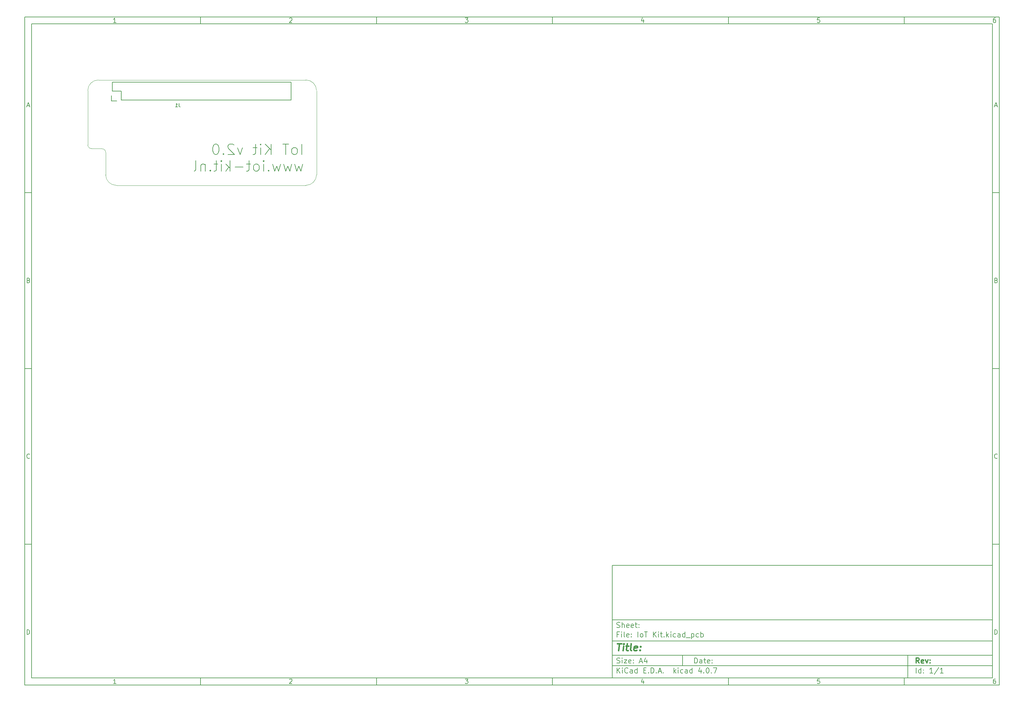
<source format=gbr>
G04 #@! TF.FileFunction,Legend,Bot*
%FSLAX46Y46*%
G04 Gerber Fmt 4.6, Leading zero omitted, Abs format (unit mm)*
G04 Created by KiCad (PCBNEW 4.0.7) date Thursday 07 December 2017 'o51' 11:51:57*
%MOMM*%
%LPD*%
G01*
G04 APERTURE LIST*
%ADD10C,0.100000*%
%ADD11C,0.150000*%
%ADD12C,0.300000*%
%ADD13C,0.400000*%
%ADD14C,0.200000*%
G04 APERTURE END LIST*
D10*
D11*
X177002200Y-166007200D02*
X177002200Y-198007200D01*
X285002200Y-198007200D01*
X285002200Y-166007200D01*
X177002200Y-166007200D01*
D10*
D11*
X10000000Y-10000000D02*
X10000000Y-200007200D01*
X287002200Y-200007200D01*
X287002200Y-10000000D01*
X10000000Y-10000000D01*
D10*
D11*
X12000000Y-12000000D02*
X12000000Y-198007200D01*
X285002200Y-198007200D01*
X285002200Y-12000000D01*
X12000000Y-12000000D01*
D10*
D11*
X60000000Y-12000000D02*
X60000000Y-10000000D01*
D10*
D11*
X110000000Y-12000000D02*
X110000000Y-10000000D01*
D10*
D11*
X160000000Y-12000000D02*
X160000000Y-10000000D01*
D10*
D11*
X210000000Y-12000000D02*
X210000000Y-10000000D01*
D10*
D11*
X260000000Y-12000000D02*
X260000000Y-10000000D01*
D10*
D11*
X35990476Y-11588095D02*
X35247619Y-11588095D01*
X35619048Y-11588095D02*
X35619048Y-10288095D01*
X35495238Y-10473810D01*
X35371429Y-10597619D01*
X35247619Y-10659524D01*
D10*
D11*
X85247619Y-10411905D02*
X85309524Y-10350000D01*
X85433333Y-10288095D01*
X85742857Y-10288095D01*
X85866667Y-10350000D01*
X85928571Y-10411905D01*
X85990476Y-10535714D01*
X85990476Y-10659524D01*
X85928571Y-10845238D01*
X85185714Y-11588095D01*
X85990476Y-11588095D01*
D10*
D11*
X135185714Y-10288095D02*
X135990476Y-10288095D01*
X135557143Y-10783333D01*
X135742857Y-10783333D01*
X135866667Y-10845238D01*
X135928571Y-10907143D01*
X135990476Y-11030952D01*
X135990476Y-11340476D01*
X135928571Y-11464286D01*
X135866667Y-11526190D01*
X135742857Y-11588095D01*
X135371429Y-11588095D01*
X135247619Y-11526190D01*
X135185714Y-11464286D01*
D10*
D11*
X185866667Y-10721429D02*
X185866667Y-11588095D01*
X185557143Y-10226190D02*
X185247619Y-11154762D01*
X186052381Y-11154762D01*
D10*
D11*
X235928571Y-10288095D02*
X235309524Y-10288095D01*
X235247619Y-10907143D01*
X235309524Y-10845238D01*
X235433333Y-10783333D01*
X235742857Y-10783333D01*
X235866667Y-10845238D01*
X235928571Y-10907143D01*
X235990476Y-11030952D01*
X235990476Y-11340476D01*
X235928571Y-11464286D01*
X235866667Y-11526190D01*
X235742857Y-11588095D01*
X235433333Y-11588095D01*
X235309524Y-11526190D01*
X235247619Y-11464286D01*
D10*
D11*
X285866667Y-10288095D02*
X285619048Y-10288095D01*
X285495238Y-10350000D01*
X285433333Y-10411905D01*
X285309524Y-10597619D01*
X285247619Y-10845238D01*
X285247619Y-11340476D01*
X285309524Y-11464286D01*
X285371429Y-11526190D01*
X285495238Y-11588095D01*
X285742857Y-11588095D01*
X285866667Y-11526190D01*
X285928571Y-11464286D01*
X285990476Y-11340476D01*
X285990476Y-11030952D01*
X285928571Y-10907143D01*
X285866667Y-10845238D01*
X285742857Y-10783333D01*
X285495238Y-10783333D01*
X285371429Y-10845238D01*
X285309524Y-10907143D01*
X285247619Y-11030952D01*
D10*
D11*
X60000000Y-198007200D02*
X60000000Y-200007200D01*
D10*
D11*
X110000000Y-198007200D02*
X110000000Y-200007200D01*
D10*
D11*
X160000000Y-198007200D02*
X160000000Y-200007200D01*
D10*
D11*
X210000000Y-198007200D02*
X210000000Y-200007200D01*
D10*
D11*
X260000000Y-198007200D02*
X260000000Y-200007200D01*
D10*
D11*
X35990476Y-199595295D02*
X35247619Y-199595295D01*
X35619048Y-199595295D02*
X35619048Y-198295295D01*
X35495238Y-198481010D01*
X35371429Y-198604819D01*
X35247619Y-198666724D01*
D10*
D11*
X85247619Y-198419105D02*
X85309524Y-198357200D01*
X85433333Y-198295295D01*
X85742857Y-198295295D01*
X85866667Y-198357200D01*
X85928571Y-198419105D01*
X85990476Y-198542914D01*
X85990476Y-198666724D01*
X85928571Y-198852438D01*
X85185714Y-199595295D01*
X85990476Y-199595295D01*
D10*
D11*
X135185714Y-198295295D02*
X135990476Y-198295295D01*
X135557143Y-198790533D01*
X135742857Y-198790533D01*
X135866667Y-198852438D01*
X135928571Y-198914343D01*
X135990476Y-199038152D01*
X135990476Y-199347676D01*
X135928571Y-199471486D01*
X135866667Y-199533390D01*
X135742857Y-199595295D01*
X135371429Y-199595295D01*
X135247619Y-199533390D01*
X135185714Y-199471486D01*
D10*
D11*
X185866667Y-198728629D02*
X185866667Y-199595295D01*
X185557143Y-198233390D02*
X185247619Y-199161962D01*
X186052381Y-199161962D01*
D10*
D11*
X235928571Y-198295295D02*
X235309524Y-198295295D01*
X235247619Y-198914343D01*
X235309524Y-198852438D01*
X235433333Y-198790533D01*
X235742857Y-198790533D01*
X235866667Y-198852438D01*
X235928571Y-198914343D01*
X235990476Y-199038152D01*
X235990476Y-199347676D01*
X235928571Y-199471486D01*
X235866667Y-199533390D01*
X235742857Y-199595295D01*
X235433333Y-199595295D01*
X235309524Y-199533390D01*
X235247619Y-199471486D01*
D10*
D11*
X285866667Y-198295295D02*
X285619048Y-198295295D01*
X285495238Y-198357200D01*
X285433333Y-198419105D01*
X285309524Y-198604819D01*
X285247619Y-198852438D01*
X285247619Y-199347676D01*
X285309524Y-199471486D01*
X285371429Y-199533390D01*
X285495238Y-199595295D01*
X285742857Y-199595295D01*
X285866667Y-199533390D01*
X285928571Y-199471486D01*
X285990476Y-199347676D01*
X285990476Y-199038152D01*
X285928571Y-198914343D01*
X285866667Y-198852438D01*
X285742857Y-198790533D01*
X285495238Y-198790533D01*
X285371429Y-198852438D01*
X285309524Y-198914343D01*
X285247619Y-199038152D01*
D10*
D11*
X10000000Y-60000000D02*
X12000000Y-60000000D01*
D10*
D11*
X10000000Y-110000000D02*
X12000000Y-110000000D01*
D10*
D11*
X10000000Y-160000000D02*
X12000000Y-160000000D01*
D10*
D11*
X10690476Y-35216667D02*
X11309524Y-35216667D01*
X10566667Y-35588095D02*
X11000000Y-34288095D01*
X11433333Y-35588095D01*
D10*
D11*
X11092857Y-84907143D02*
X11278571Y-84969048D01*
X11340476Y-85030952D01*
X11402381Y-85154762D01*
X11402381Y-85340476D01*
X11340476Y-85464286D01*
X11278571Y-85526190D01*
X11154762Y-85588095D01*
X10659524Y-85588095D01*
X10659524Y-84288095D01*
X11092857Y-84288095D01*
X11216667Y-84350000D01*
X11278571Y-84411905D01*
X11340476Y-84535714D01*
X11340476Y-84659524D01*
X11278571Y-84783333D01*
X11216667Y-84845238D01*
X11092857Y-84907143D01*
X10659524Y-84907143D01*
D10*
D11*
X11402381Y-135464286D02*
X11340476Y-135526190D01*
X11154762Y-135588095D01*
X11030952Y-135588095D01*
X10845238Y-135526190D01*
X10721429Y-135402381D01*
X10659524Y-135278571D01*
X10597619Y-135030952D01*
X10597619Y-134845238D01*
X10659524Y-134597619D01*
X10721429Y-134473810D01*
X10845238Y-134350000D01*
X11030952Y-134288095D01*
X11154762Y-134288095D01*
X11340476Y-134350000D01*
X11402381Y-134411905D01*
D10*
D11*
X10659524Y-185588095D02*
X10659524Y-184288095D01*
X10969048Y-184288095D01*
X11154762Y-184350000D01*
X11278571Y-184473810D01*
X11340476Y-184597619D01*
X11402381Y-184845238D01*
X11402381Y-185030952D01*
X11340476Y-185278571D01*
X11278571Y-185402381D01*
X11154762Y-185526190D01*
X10969048Y-185588095D01*
X10659524Y-185588095D01*
D10*
D11*
X287002200Y-60000000D02*
X285002200Y-60000000D01*
D10*
D11*
X287002200Y-110000000D02*
X285002200Y-110000000D01*
D10*
D11*
X287002200Y-160000000D02*
X285002200Y-160000000D01*
D10*
D11*
X285692676Y-35216667D02*
X286311724Y-35216667D01*
X285568867Y-35588095D02*
X286002200Y-34288095D01*
X286435533Y-35588095D01*
D10*
D11*
X286095057Y-84907143D02*
X286280771Y-84969048D01*
X286342676Y-85030952D01*
X286404581Y-85154762D01*
X286404581Y-85340476D01*
X286342676Y-85464286D01*
X286280771Y-85526190D01*
X286156962Y-85588095D01*
X285661724Y-85588095D01*
X285661724Y-84288095D01*
X286095057Y-84288095D01*
X286218867Y-84350000D01*
X286280771Y-84411905D01*
X286342676Y-84535714D01*
X286342676Y-84659524D01*
X286280771Y-84783333D01*
X286218867Y-84845238D01*
X286095057Y-84907143D01*
X285661724Y-84907143D01*
D10*
D11*
X286404581Y-135464286D02*
X286342676Y-135526190D01*
X286156962Y-135588095D01*
X286033152Y-135588095D01*
X285847438Y-135526190D01*
X285723629Y-135402381D01*
X285661724Y-135278571D01*
X285599819Y-135030952D01*
X285599819Y-134845238D01*
X285661724Y-134597619D01*
X285723629Y-134473810D01*
X285847438Y-134350000D01*
X286033152Y-134288095D01*
X286156962Y-134288095D01*
X286342676Y-134350000D01*
X286404581Y-134411905D01*
D10*
D11*
X285661724Y-185588095D02*
X285661724Y-184288095D01*
X285971248Y-184288095D01*
X286156962Y-184350000D01*
X286280771Y-184473810D01*
X286342676Y-184597619D01*
X286404581Y-184845238D01*
X286404581Y-185030952D01*
X286342676Y-185278571D01*
X286280771Y-185402381D01*
X286156962Y-185526190D01*
X285971248Y-185588095D01*
X285661724Y-185588095D01*
D10*
D11*
X200359343Y-193785771D02*
X200359343Y-192285771D01*
X200716486Y-192285771D01*
X200930771Y-192357200D01*
X201073629Y-192500057D01*
X201145057Y-192642914D01*
X201216486Y-192928629D01*
X201216486Y-193142914D01*
X201145057Y-193428629D01*
X201073629Y-193571486D01*
X200930771Y-193714343D01*
X200716486Y-193785771D01*
X200359343Y-193785771D01*
X202502200Y-193785771D02*
X202502200Y-193000057D01*
X202430771Y-192857200D01*
X202287914Y-192785771D01*
X202002200Y-192785771D01*
X201859343Y-192857200D01*
X202502200Y-193714343D02*
X202359343Y-193785771D01*
X202002200Y-193785771D01*
X201859343Y-193714343D01*
X201787914Y-193571486D01*
X201787914Y-193428629D01*
X201859343Y-193285771D01*
X202002200Y-193214343D01*
X202359343Y-193214343D01*
X202502200Y-193142914D01*
X203002200Y-192785771D02*
X203573629Y-192785771D01*
X203216486Y-192285771D02*
X203216486Y-193571486D01*
X203287914Y-193714343D01*
X203430772Y-193785771D01*
X203573629Y-193785771D01*
X204645057Y-193714343D02*
X204502200Y-193785771D01*
X204216486Y-193785771D01*
X204073629Y-193714343D01*
X204002200Y-193571486D01*
X204002200Y-193000057D01*
X204073629Y-192857200D01*
X204216486Y-192785771D01*
X204502200Y-192785771D01*
X204645057Y-192857200D01*
X204716486Y-193000057D01*
X204716486Y-193142914D01*
X204002200Y-193285771D01*
X205359343Y-193642914D02*
X205430771Y-193714343D01*
X205359343Y-193785771D01*
X205287914Y-193714343D01*
X205359343Y-193642914D01*
X205359343Y-193785771D01*
X205359343Y-192857200D02*
X205430771Y-192928629D01*
X205359343Y-193000057D01*
X205287914Y-192928629D01*
X205359343Y-192857200D01*
X205359343Y-193000057D01*
D10*
D11*
X177002200Y-194507200D02*
X285002200Y-194507200D01*
D10*
D11*
X178359343Y-196585771D02*
X178359343Y-195085771D01*
X179216486Y-196585771D02*
X178573629Y-195728629D01*
X179216486Y-195085771D02*
X178359343Y-195942914D01*
X179859343Y-196585771D02*
X179859343Y-195585771D01*
X179859343Y-195085771D02*
X179787914Y-195157200D01*
X179859343Y-195228629D01*
X179930771Y-195157200D01*
X179859343Y-195085771D01*
X179859343Y-195228629D01*
X181430772Y-196442914D02*
X181359343Y-196514343D01*
X181145057Y-196585771D01*
X181002200Y-196585771D01*
X180787915Y-196514343D01*
X180645057Y-196371486D01*
X180573629Y-196228629D01*
X180502200Y-195942914D01*
X180502200Y-195728629D01*
X180573629Y-195442914D01*
X180645057Y-195300057D01*
X180787915Y-195157200D01*
X181002200Y-195085771D01*
X181145057Y-195085771D01*
X181359343Y-195157200D01*
X181430772Y-195228629D01*
X182716486Y-196585771D02*
X182716486Y-195800057D01*
X182645057Y-195657200D01*
X182502200Y-195585771D01*
X182216486Y-195585771D01*
X182073629Y-195657200D01*
X182716486Y-196514343D02*
X182573629Y-196585771D01*
X182216486Y-196585771D01*
X182073629Y-196514343D01*
X182002200Y-196371486D01*
X182002200Y-196228629D01*
X182073629Y-196085771D01*
X182216486Y-196014343D01*
X182573629Y-196014343D01*
X182716486Y-195942914D01*
X184073629Y-196585771D02*
X184073629Y-195085771D01*
X184073629Y-196514343D02*
X183930772Y-196585771D01*
X183645058Y-196585771D01*
X183502200Y-196514343D01*
X183430772Y-196442914D01*
X183359343Y-196300057D01*
X183359343Y-195871486D01*
X183430772Y-195728629D01*
X183502200Y-195657200D01*
X183645058Y-195585771D01*
X183930772Y-195585771D01*
X184073629Y-195657200D01*
X185930772Y-195800057D02*
X186430772Y-195800057D01*
X186645058Y-196585771D02*
X185930772Y-196585771D01*
X185930772Y-195085771D01*
X186645058Y-195085771D01*
X187287915Y-196442914D02*
X187359343Y-196514343D01*
X187287915Y-196585771D01*
X187216486Y-196514343D01*
X187287915Y-196442914D01*
X187287915Y-196585771D01*
X188002201Y-196585771D02*
X188002201Y-195085771D01*
X188359344Y-195085771D01*
X188573629Y-195157200D01*
X188716487Y-195300057D01*
X188787915Y-195442914D01*
X188859344Y-195728629D01*
X188859344Y-195942914D01*
X188787915Y-196228629D01*
X188716487Y-196371486D01*
X188573629Y-196514343D01*
X188359344Y-196585771D01*
X188002201Y-196585771D01*
X189502201Y-196442914D02*
X189573629Y-196514343D01*
X189502201Y-196585771D01*
X189430772Y-196514343D01*
X189502201Y-196442914D01*
X189502201Y-196585771D01*
X190145058Y-196157200D02*
X190859344Y-196157200D01*
X190002201Y-196585771D02*
X190502201Y-195085771D01*
X191002201Y-196585771D01*
X191502201Y-196442914D02*
X191573629Y-196514343D01*
X191502201Y-196585771D01*
X191430772Y-196514343D01*
X191502201Y-196442914D01*
X191502201Y-196585771D01*
X194502201Y-196585771D02*
X194502201Y-195085771D01*
X194645058Y-196014343D02*
X195073629Y-196585771D01*
X195073629Y-195585771D02*
X194502201Y-196157200D01*
X195716487Y-196585771D02*
X195716487Y-195585771D01*
X195716487Y-195085771D02*
X195645058Y-195157200D01*
X195716487Y-195228629D01*
X195787915Y-195157200D01*
X195716487Y-195085771D01*
X195716487Y-195228629D01*
X197073630Y-196514343D02*
X196930773Y-196585771D01*
X196645059Y-196585771D01*
X196502201Y-196514343D01*
X196430773Y-196442914D01*
X196359344Y-196300057D01*
X196359344Y-195871486D01*
X196430773Y-195728629D01*
X196502201Y-195657200D01*
X196645059Y-195585771D01*
X196930773Y-195585771D01*
X197073630Y-195657200D01*
X198359344Y-196585771D02*
X198359344Y-195800057D01*
X198287915Y-195657200D01*
X198145058Y-195585771D01*
X197859344Y-195585771D01*
X197716487Y-195657200D01*
X198359344Y-196514343D02*
X198216487Y-196585771D01*
X197859344Y-196585771D01*
X197716487Y-196514343D01*
X197645058Y-196371486D01*
X197645058Y-196228629D01*
X197716487Y-196085771D01*
X197859344Y-196014343D01*
X198216487Y-196014343D01*
X198359344Y-195942914D01*
X199716487Y-196585771D02*
X199716487Y-195085771D01*
X199716487Y-196514343D02*
X199573630Y-196585771D01*
X199287916Y-196585771D01*
X199145058Y-196514343D01*
X199073630Y-196442914D01*
X199002201Y-196300057D01*
X199002201Y-195871486D01*
X199073630Y-195728629D01*
X199145058Y-195657200D01*
X199287916Y-195585771D01*
X199573630Y-195585771D01*
X199716487Y-195657200D01*
X202216487Y-195585771D02*
X202216487Y-196585771D01*
X201859344Y-195014343D02*
X201502201Y-196085771D01*
X202430773Y-196085771D01*
X203002201Y-196442914D02*
X203073629Y-196514343D01*
X203002201Y-196585771D01*
X202930772Y-196514343D01*
X203002201Y-196442914D01*
X203002201Y-196585771D01*
X204002201Y-195085771D02*
X204145058Y-195085771D01*
X204287915Y-195157200D01*
X204359344Y-195228629D01*
X204430773Y-195371486D01*
X204502201Y-195657200D01*
X204502201Y-196014343D01*
X204430773Y-196300057D01*
X204359344Y-196442914D01*
X204287915Y-196514343D01*
X204145058Y-196585771D01*
X204002201Y-196585771D01*
X203859344Y-196514343D01*
X203787915Y-196442914D01*
X203716487Y-196300057D01*
X203645058Y-196014343D01*
X203645058Y-195657200D01*
X203716487Y-195371486D01*
X203787915Y-195228629D01*
X203859344Y-195157200D01*
X204002201Y-195085771D01*
X205145058Y-196442914D02*
X205216486Y-196514343D01*
X205145058Y-196585771D01*
X205073629Y-196514343D01*
X205145058Y-196442914D01*
X205145058Y-196585771D01*
X205716487Y-195085771D02*
X206716487Y-195085771D01*
X206073630Y-196585771D01*
D10*
D11*
X177002200Y-191507200D02*
X285002200Y-191507200D01*
D10*
D12*
X264216486Y-193785771D02*
X263716486Y-193071486D01*
X263359343Y-193785771D02*
X263359343Y-192285771D01*
X263930771Y-192285771D01*
X264073629Y-192357200D01*
X264145057Y-192428629D01*
X264216486Y-192571486D01*
X264216486Y-192785771D01*
X264145057Y-192928629D01*
X264073629Y-193000057D01*
X263930771Y-193071486D01*
X263359343Y-193071486D01*
X265430771Y-193714343D02*
X265287914Y-193785771D01*
X265002200Y-193785771D01*
X264859343Y-193714343D01*
X264787914Y-193571486D01*
X264787914Y-193000057D01*
X264859343Y-192857200D01*
X265002200Y-192785771D01*
X265287914Y-192785771D01*
X265430771Y-192857200D01*
X265502200Y-193000057D01*
X265502200Y-193142914D01*
X264787914Y-193285771D01*
X266002200Y-192785771D02*
X266359343Y-193785771D01*
X266716485Y-192785771D01*
X267287914Y-193642914D02*
X267359342Y-193714343D01*
X267287914Y-193785771D01*
X267216485Y-193714343D01*
X267287914Y-193642914D01*
X267287914Y-193785771D01*
X267287914Y-192857200D02*
X267359342Y-192928629D01*
X267287914Y-193000057D01*
X267216485Y-192928629D01*
X267287914Y-192857200D01*
X267287914Y-193000057D01*
D10*
D11*
X178287914Y-193714343D02*
X178502200Y-193785771D01*
X178859343Y-193785771D01*
X179002200Y-193714343D01*
X179073629Y-193642914D01*
X179145057Y-193500057D01*
X179145057Y-193357200D01*
X179073629Y-193214343D01*
X179002200Y-193142914D01*
X178859343Y-193071486D01*
X178573629Y-193000057D01*
X178430771Y-192928629D01*
X178359343Y-192857200D01*
X178287914Y-192714343D01*
X178287914Y-192571486D01*
X178359343Y-192428629D01*
X178430771Y-192357200D01*
X178573629Y-192285771D01*
X178930771Y-192285771D01*
X179145057Y-192357200D01*
X179787914Y-193785771D02*
X179787914Y-192785771D01*
X179787914Y-192285771D02*
X179716485Y-192357200D01*
X179787914Y-192428629D01*
X179859342Y-192357200D01*
X179787914Y-192285771D01*
X179787914Y-192428629D01*
X180359343Y-192785771D02*
X181145057Y-192785771D01*
X180359343Y-193785771D01*
X181145057Y-193785771D01*
X182287914Y-193714343D02*
X182145057Y-193785771D01*
X181859343Y-193785771D01*
X181716486Y-193714343D01*
X181645057Y-193571486D01*
X181645057Y-193000057D01*
X181716486Y-192857200D01*
X181859343Y-192785771D01*
X182145057Y-192785771D01*
X182287914Y-192857200D01*
X182359343Y-193000057D01*
X182359343Y-193142914D01*
X181645057Y-193285771D01*
X183002200Y-193642914D02*
X183073628Y-193714343D01*
X183002200Y-193785771D01*
X182930771Y-193714343D01*
X183002200Y-193642914D01*
X183002200Y-193785771D01*
X183002200Y-192857200D02*
X183073628Y-192928629D01*
X183002200Y-193000057D01*
X182930771Y-192928629D01*
X183002200Y-192857200D01*
X183002200Y-193000057D01*
X184787914Y-193357200D02*
X185502200Y-193357200D01*
X184645057Y-193785771D02*
X185145057Y-192285771D01*
X185645057Y-193785771D01*
X186787914Y-192785771D02*
X186787914Y-193785771D01*
X186430771Y-192214343D02*
X186073628Y-193285771D01*
X187002200Y-193285771D01*
D10*
D11*
X263359343Y-196585771D02*
X263359343Y-195085771D01*
X264716486Y-196585771D02*
X264716486Y-195085771D01*
X264716486Y-196514343D02*
X264573629Y-196585771D01*
X264287915Y-196585771D01*
X264145057Y-196514343D01*
X264073629Y-196442914D01*
X264002200Y-196300057D01*
X264002200Y-195871486D01*
X264073629Y-195728629D01*
X264145057Y-195657200D01*
X264287915Y-195585771D01*
X264573629Y-195585771D01*
X264716486Y-195657200D01*
X265430772Y-196442914D02*
X265502200Y-196514343D01*
X265430772Y-196585771D01*
X265359343Y-196514343D01*
X265430772Y-196442914D01*
X265430772Y-196585771D01*
X265430772Y-195657200D02*
X265502200Y-195728629D01*
X265430772Y-195800057D01*
X265359343Y-195728629D01*
X265430772Y-195657200D01*
X265430772Y-195800057D01*
X268073629Y-196585771D02*
X267216486Y-196585771D01*
X267645058Y-196585771D02*
X267645058Y-195085771D01*
X267502201Y-195300057D01*
X267359343Y-195442914D01*
X267216486Y-195514343D01*
X269787914Y-195014343D02*
X268502200Y-196942914D01*
X271073629Y-196585771D02*
X270216486Y-196585771D01*
X270645058Y-196585771D02*
X270645058Y-195085771D01*
X270502201Y-195300057D01*
X270359343Y-195442914D01*
X270216486Y-195514343D01*
D10*
D11*
X177002200Y-187507200D02*
X285002200Y-187507200D01*
D10*
D13*
X178454581Y-188211962D02*
X179597438Y-188211962D01*
X178776010Y-190211962D02*
X179026010Y-188211962D01*
X180014105Y-190211962D02*
X180180771Y-188878629D01*
X180264105Y-188211962D02*
X180156962Y-188307200D01*
X180240295Y-188402438D01*
X180347439Y-188307200D01*
X180264105Y-188211962D01*
X180240295Y-188402438D01*
X180847438Y-188878629D02*
X181609343Y-188878629D01*
X181216486Y-188211962D02*
X181002200Y-189926248D01*
X181073630Y-190116724D01*
X181252201Y-190211962D01*
X181442677Y-190211962D01*
X182395058Y-190211962D02*
X182216487Y-190116724D01*
X182145057Y-189926248D01*
X182359343Y-188211962D01*
X183930772Y-190116724D02*
X183728391Y-190211962D01*
X183347439Y-190211962D01*
X183168867Y-190116724D01*
X183097438Y-189926248D01*
X183192676Y-189164343D01*
X183311724Y-188973867D01*
X183514105Y-188878629D01*
X183895057Y-188878629D01*
X184073629Y-188973867D01*
X184145057Y-189164343D01*
X184121248Y-189354819D01*
X183145057Y-189545295D01*
X184895057Y-190021486D02*
X184978392Y-190116724D01*
X184871248Y-190211962D01*
X184787915Y-190116724D01*
X184895057Y-190021486D01*
X184871248Y-190211962D01*
X185026010Y-188973867D02*
X185109344Y-189069105D01*
X185002200Y-189164343D01*
X184918867Y-189069105D01*
X185026010Y-188973867D01*
X185002200Y-189164343D01*
D10*
D11*
X178859343Y-185600057D02*
X178359343Y-185600057D01*
X178359343Y-186385771D02*
X178359343Y-184885771D01*
X179073629Y-184885771D01*
X179645057Y-186385771D02*
X179645057Y-185385771D01*
X179645057Y-184885771D02*
X179573628Y-184957200D01*
X179645057Y-185028629D01*
X179716485Y-184957200D01*
X179645057Y-184885771D01*
X179645057Y-185028629D01*
X180573629Y-186385771D02*
X180430771Y-186314343D01*
X180359343Y-186171486D01*
X180359343Y-184885771D01*
X181716485Y-186314343D02*
X181573628Y-186385771D01*
X181287914Y-186385771D01*
X181145057Y-186314343D01*
X181073628Y-186171486D01*
X181073628Y-185600057D01*
X181145057Y-185457200D01*
X181287914Y-185385771D01*
X181573628Y-185385771D01*
X181716485Y-185457200D01*
X181787914Y-185600057D01*
X181787914Y-185742914D01*
X181073628Y-185885771D01*
X182430771Y-186242914D02*
X182502199Y-186314343D01*
X182430771Y-186385771D01*
X182359342Y-186314343D01*
X182430771Y-186242914D01*
X182430771Y-186385771D01*
X182430771Y-185457200D02*
X182502199Y-185528629D01*
X182430771Y-185600057D01*
X182359342Y-185528629D01*
X182430771Y-185457200D01*
X182430771Y-185600057D01*
X184287914Y-186385771D02*
X184287914Y-184885771D01*
X185216486Y-186385771D02*
X185073628Y-186314343D01*
X185002200Y-186242914D01*
X184930771Y-186100057D01*
X184930771Y-185671486D01*
X185002200Y-185528629D01*
X185073628Y-185457200D01*
X185216486Y-185385771D01*
X185430771Y-185385771D01*
X185573628Y-185457200D01*
X185645057Y-185528629D01*
X185716486Y-185671486D01*
X185716486Y-186100057D01*
X185645057Y-186242914D01*
X185573628Y-186314343D01*
X185430771Y-186385771D01*
X185216486Y-186385771D01*
X186145057Y-184885771D02*
X187002200Y-184885771D01*
X186573629Y-186385771D02*
X186573629Y-184885771D01*
X188645057Y-186385771D02*
X188645057Y-184885771D01*
X189502200Y-186385771D02*
X188859343Y-185528629D01*
X189502200Y-184885771D02*
X188645057Y-185742914D01*
X190145057Y-186385771D02*
X190145057Y-185385771D01*
X190145057Y-184885771D02*
X190073628Y-184957200D01*
X190145057Y-185028629D01*
X190216485Y-184957200D01*
X190145057Y-184885771D01*
X190145057Y-185028629D01*
X190645057Y-185385771D02*
X191216486Y-185385771D01*
X190859343Y-184885771D02*
X190859343Y-186171486D01*
X190930771Y-186314343D01*
X191073629Y-186385771D01*
X191216486Y-186385771D01*
X191716486Y-186242914D02*
X191787914Y-186314343D01*
X191716486Y-186385771D01*
X191645057Y-186314343D01*
X191716486Y-186242914D01*
X191716486Y-186385771D01*
X192430772Y-186385771D02*
X192430772Y-184885771D01*
X192573629Y-185814343D02*
X193002200Y-186385771D01*
X193002200Y-185385771D02*
X192430772Y-185957200D01*
X193645058Y-186385771D02*
X193645058Y-185385771D01*
X193645058Y-184885771D02*
X193573629Y-184957200D01*
X193645058Y-185028629D01*
X193716486Y-184957200D01*
X193645058Y-184885771D01*
X193645058Y-185028629D01*
X195002201Y-186314343D02*
X194859344Y-186385771D01*
X194573630Y-186385771D01*
X194430772Y-186314343D01*
X194359344Y-186242914D01*
X194287915Y-186100057D01*
X194287915Y-185671486D01*
X194359344Y-185528629D01*
X194430772Y-185457200D01*
X194573630Y-185385771D01*
X194859344Y-185385771D01*
X195002201Y-185457200D01*
X196287915Y-186385771D02*
X196287915Y-185600057D01*
X196216486Y-185457200D01*
X196073629Y-185385771D01*
X195787915Y-185385771D01*
X195645058Y-185457200D01*
X196287915Y-186314343D02*
X196145058Y-186385771D01*
X195787915Y-186385771D01*
X195645058Y-186314343D01*
X195573629Y-186171486D01*
X195573629Y-186028629D01*
X195645058Y-185885771D01*
X195787915Y-185814343D01*
X196145058Y-185814343D01*
X196287915Y-185742914D01*
X197645058Y-186385771D02*
X197645058Y-184885771D01*
X197645058Y-186314343D02*
X197502201Y-186385771D01*
X197216487Y-186385771D01*
X197073629Y-186314343D01*
X197002201Y-186242914D01*
X196930772Y-186100057D01*
X196930772Y-185671486D01*
X197002201Y-185528629D01*
X197073629Y-185457200D01*
X197216487Y-185385771D01*
X197502201Y-185385771D01*
X197645058Y-185457200D01*
X198002201Y-186528629D02*
X199145058Y-186528629D01*
X199502201Y-185385771D02*
X199502201Y-186885771D01*
X199502201Y-185457200D02*
X199645058Y-185385771D01*
X199930772Y-185385771D01*
X200073629Y-185457200D01*
X200145058Y-185528629D01*
X200216487Y-185671486D01*
X200216487Y-186100057D01*
X200145058Y-186242914D01*
X200073629Y-186314343D01*
X199930772Y-186385771D01*
X199645058Y-186385771D01*
X199502201Y-186314343D01*
X201502201Y-186314343D02*
X201359344Y-186385771D01*
X201073630Y-186385771D01*
X200930772Y-186314343D01*
X200859344Y-186242914D01*
X200787915Y-186100057D01*
X200787915Y-185671486D01*
X200859344Y-185528629D01*
X200930772Y-185457200D01*
X201073630Y-185385771D01*
X201359344Y-185385771D01*
X201502201Y-185457200D01*
X202145058Y-186385771D02*
X202145058Y-184885771D01*
X202145058Y-185457200D02*
X202287915Y-185385771D01*
X202573629Y-185385771D01*
X202716486Y-185457200D01*
X202787915Y-185528629D01*
X202859344Y-185671486D01*
X202859344Y-186100057D01*
X202787915Y-186242914D01*
X202716486Y-186314343D01*
X202573629Y-186385771D01*
X202287915Y-186385771D01*
X202145058Y-186314343D01*
D10*
D11*
X177002200Y-181507200D02*
X285002200Y-181507200D01*
D10*
D11*
X178287914Y-183614343D02*
X178502200Y-183685771D01*
X178859343Y-183685771D01*
X179002200Y-183614343D01*
X179073629Y-183542914D01*
X179145057Y-183400057D01*
X179145057Y-183257200D01*
X179073629Y-183114343D01*
X179002200Y-183042914D01*
X178859343Y-182971486D01*
X178573629Y-182900057D01*
X178430771Y-182828629D01*
X178359343Y-182757200D01*
X178287914Y-182614343D01*
X178287914Y-182471486D01*
X178359343Y-182328629D01*
X178430771Y-182257200D01*
X178573629Y-182185771D01*
X178930771Y-182185771D01*
X179145057Y-182257200D01*
X179787914Y-183685771D02*
X179787914Y-182185771D01*
X180430771Y-183685771D02*
X180430771Y-182900057D01*
X180359342Y-182757200D01*
X180216485Y-182685771D01*
X180002200Y-182685771D01*
X179859342Y-182757200D01*
X179787914Y-182828629D01*
X181716485Y-183614343D02*
X181573628Y-183685771D01*
X181287914Y-183685771D01*
X181145057Y-183614343D01*
X181073628Y-183471486D01*
X181073628Y-182900057D01*
X181145057Y-182757200D01*
X181287914Y-182685771D01*
X181573628Y-182685771D01*
X181716485Y-182757200D01*
X181787914Y-182900057D01*
X181787914Y-183042914D01*
X181073628Y-183185771D01*
X183002199Y-183614343D02*
X182859342Y-183685771D01*
X182573628Y-183685771D01*
X182430771Y-183614343D01*
X182359342Y-183471486D01*
X182359342Y-182900057D01*
X182430771Y-182757200D01*
X182573628Y-182685771D01*
X182859342Y-182685771D01*
X183002199Y-182757200D01*
X183073628Y-182900057D01*
X183073628Y-183042914D01*
X182359342Y-183185771D01*
X183502199Y-182685771D02*
X184073628Y-182685771D01*
X183716485Y-182185771D02*
X183716485Y-183471486D01*
X183787913Y-183614343D01*
X183930771Y-183685771D01*
X184073628Y-183685771D01*
X184573628Y-183542914D02*
X184645056Y-183614343D01*
X184573628Y-183685771D01*
X184502199Y-183614343D01*
X184573628Y-183542914D01*
X184573628Y-183685771D01*
X184573628Y-182757200D02*
X184645056Y-182828629D01*
X184573628Y-182900057D01*
X184502199Y-182828629D01*
X184573628Y-182757200D01*
X184573628Y-182900057D01*
D10*
D11*
X197002200Y-191507200D02*
X197002200Y-194507200D01*
D10*
D11*
X261002200Y-191507200D02*
X261002200Y-198007200D01*
D14*
X88769914Y-49146743D02*
X88769914Y-46146743D01*
X86912772Y-49146743D02*
X87198486Y-49003886D01*
X87341343Y-48861029D01*
X87484200Y-48575314D01*
X87484200Y-47718171D01*
X87341343Y-47432457D01*
X87198486Y-47289600D01*
X86912772Y-47146743D01*
X86484200Y-47146743D01*
X86198486Y-47289600D01*
X86055629Y-47432457D01*
X85912772Y-47718171D01*
X85912772Y-48575314D01*
X86055629Y-48861029D01*
X86198486Y-49003886D01*
X86484200Y-49146743D01*
X86912772Y-49146743D01*
X85055629Y-46146743D02*
X83341343Y-46146743D01*
X84198486Y-49146743D02*
X84198486Y-46146743D01*
X80055629Y-49146743D02*
X80055629Y-46146743D01*
X78341344Y-49146743D02*
X79627058Y-47432457D01*
X78341344Y-46146743D02*
X80055629Y-47861029D01*
X77055629Y-49146743D02*
X77055629Y-47146743D01*
X77055629Y-46146743D02*
X77198486Y-46289600D01*
X77055629Y-46432457D01*
X76912772Y-46289600D01*
X77055629Y-46146743D01*
X77055629Y-46432457D01*
X76055630Y-47146743D02*
X74912773Y-47146743D01*
X75627058Y-46146743D02*
X75627058Y-48718171D01*
X75484201Y-49003886D01*
X75198487Y-49146743D01*
X74912773Y-49146743D01*
X71912773Y-47146743D02*
X71198487Y-49146743D01*
X70484201Y-47146743D01*
X69484201Y-46432457D02*
X69341344Y-46289600D01*
X69055630Y-46146743D01*
X68341344Y-46146743D01*
X68055630Y-46289600D01*
X67912773Y-46432457D01*
X67769916Y-46718171D01*
X67769916Y-47003886D01*
X67912773Y-47432457D01*
X69627059Y-49146743D01*
X67769916Y-49146743D01*
X66484201Y-48861029D02*
X66341344Y-49003886D01*
X66484201Y-49146743D01*
X66627058Y-49003886D01*
X66484201Y-48861029D01*
X66484201Y-49146743D01*
X64484202Y-46146743D02*
X64198487Y-46146743D01*
X63912773Y-46289600D01*
X63769916Y-46432457D01*
X63627059Y-46718171D01*
X63484202Y-47289600D01*
X63484202Y-48003886D01*
X63627059Y-48575314D01*
X63769916Y-48861029D01*
X63912773Y-49003886D01*
X64198487Y-49146743D01*
X64484202Y-49146743D01*
X64769916Y-49003886D01*
X64912773Y-48861029D01*
X65055630Y-48575314D01*
X65198487Y-48003886D01*
X65198487Y-47289600D01*
X65055630Y-46718171D01*
X64912773Y-46432457D01*
X64769916Y-46289600D01*
X64484202Y-46146743D01*
X89055629Y-51846743D02*
X88484200Y-53846743D01*
X87912771Y-52418171D01*
X87341343Y-53846743D01*
X86769914Y-51846743D01*
X85912772Y-51846743D02*
X85341343Y-53846743D01*
X84769914Y-52418171D01*
X84198486Y-53846743D01*
X83627057Y-51846743D01*
X82769915Y-51846743D02*
X82198486Y-53846743D01*
X81627057Y-52418171D01*
X81055629Y-53846743D01*
X80484200Y-51846743D01*
X79341343Y-53561029D02*
X79198486Y-53703886D01*
X79341343Y-53846743D01*
X79484200Y-53703886D01*
X79341343Y-53561029D01*
X79341343Y-53846743D01*
X77912772Y-53846743D02*
X77912772Y-51846743D01*
X77912772Y-50846743D02*
X78055629Y-50989600D01*
X77912772Y-51132457D01*
X77769915Y-50989600D01*
X77912772Y-50846743D01*
X77912772Y-51132457D01*
X76055630Y-53846743D02*
X76341344Y-53703886D01*
X76484201Y-53561029D01*
X76627058Y-53275314D01*
X76627058Y-52418171D01*
X76484201Y-52132457D01*
X76341344Y-51989600D01*
X76055630Y-51846743D01*
X75627058Y-51846743D01*
X75341344Y-51989600D01*
X75198487Y-52132457D01*
X75055630Y-52418171D01*
X75055630Y-53275314D01*
X75198487Y-53561029D01*
X75341344Y-53703886D01*
X75627058Y-53846743D01*
X76055630Y-53846743D01*
X74198487Y-51846743D02*
X73055630Y-51846743D01*
X73769915Y-50846743D02*
X73769915Y-53418171D01*
X73627058Y-53703886D01*
X73341344Y-53846743D01*
X73055630Y-53846743D01*
X72055629Y-52703886D02*
X69769915Y-52703886D01*
X68341343Y-53846743D02*
X68341343Y-50846743D01*
X68055629Y-52703886D02*
X67198486Y-53846743D01*
X67198486Y-51846743D02*
X68341343Y-52989600D01*
X65912772Y-53846743D02*
X65912772Y-51846743D01*
X65912772Y-50846743D02*
X66055629Y-50989600D01*
X65912772Y-51132457D01*
X65769915Y-50989600D01*
X65912772Y-50846743D01*
X65912772Y-51132457D01*
X64912773Y-51846743D02*
X63769916Y-51846743D01*
X64484201Y-50846743D02*
X64484201Y-53418171D01*
X64341344Y-53703886D01*
X64055630Y-53846743D01*
X63769916Y-53846743D01*
X62769915Y-53561029D02*
X62627058Y-53703886D01*
X62769915Y-53846743D01*
X62912772Y-53703886D01*
X62769915Y-53561029D01*
X62769915Y-53846743D01*
X61341344Y-51846743D02*
X61341344Y-53846743D01*
X61341344Y-52132457D02*
X61198487Y-51989600D01*
X60912773Y-51846743D01*
X60484201Y-51846743D01*
X60198487Y-51989600D01*
X60055630Y-52275314D01*
X60055630Y-53846743D01*
X58198487Y-53846743D02*
X58484201Y-53703886D01*
X58627058Y-53418171D01*
X58627058Y-50846743D01*
D10*
X92964000Y-30988000D02*
X92964000Y-54864000D01*
X92940000Y-30932000D02*
G75*
G03X89940000Y-27932000I-3000000J0D01*
G01*
X89940000Y-57897000D02*
G75*
G03X92940000Y-54897000I0J3000000D01*
G01*
X36068000Y-57912000D02*
X89916000Y-57912000D01*
X33020000Y-48514000D02*
G75*
G03X32004000Y-47498000I-1016000J0D01*
G01*
X33020000Y-54991000D02*
X33020000Y-48514000D01*
X27940000Y-30962600D02*
X27940000Y-46456600D01*
X30940000Y-27932000D02*
X89940000Y-27932000D01*
X30940000Y-27932000D02*
G75*
G03X27940000Y-30932000I0J-3000000D01*
G01*
X27940000Y-46432000D02*
G75*
G03X28940000Y-47432000I1000000J0D01*
G01*
X33020000Y-54897000D02*
G75*
G03X36020000Y-57897000I3000000J0D01*
G01*
X28940000Y-47432000D02*
X31940000Y-47432000D01*
D11*
X85725000Y-28575000D02*
X34925000Y-28575000D01*
X37465000Y-33655000D02*
X85725000Y-33655000D01*
X85725000Y-28575000D02*
X85725000Y-33655000D01*
X34925000Y-28575000D02*
X34925000Y-31115000D01*
X34645000Y-32385000D02*
X34645000Y-33935000D01*
X34925000Y-31115000D02*
X37465000Y-31115000D01*
X37465000Y-31115000D02*
X37465000Y-33655000D01*
X34645000Y-33935000D02*
X36195000Y-33935000D01*
X53851133Y-34580581D02*
X53851133Y-35294867D01*
X53898753Y-35437724D01*
X53993991Y-35532962D01*
X54136848Y-35580581D01*
X54232086Y-35580581D01*
X52851133Y-35580581D02*
X53422562Y-35580581D01*
X53136848Y-35580581D02*
X53136848Y-34580581D01*
X53232086Y-34723438D01*
X53327324Y-34818676D01*
X53422562Y-34866295D01*
M02*

</source>
